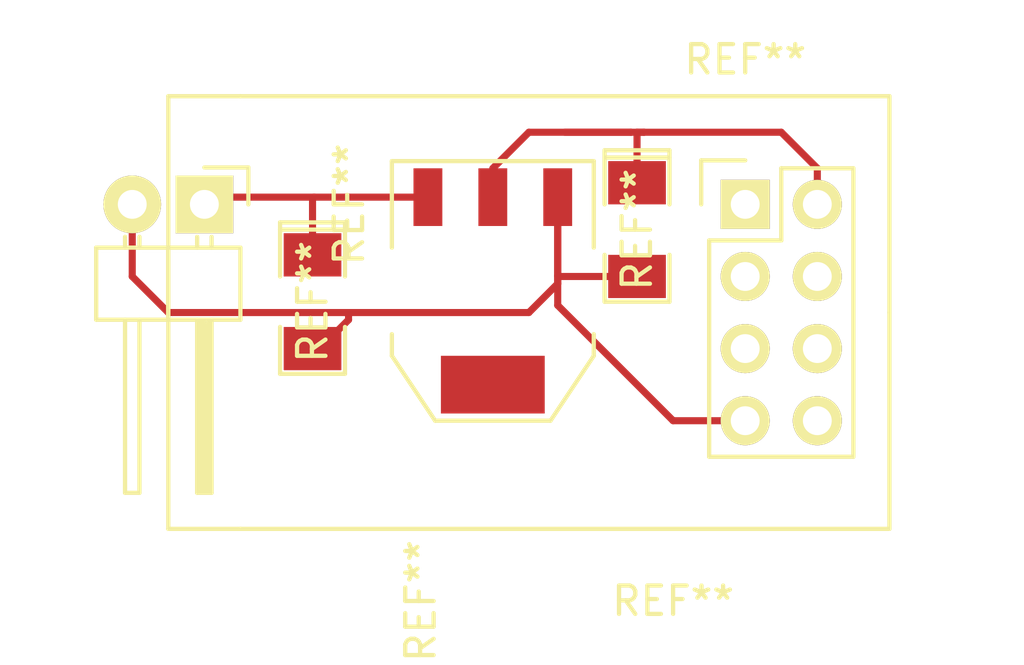
<source format=kicad_pcb>
(kicad_pcb (version 4) (host pcbnew 0.201504181001+5609~22~ubuntu14.04.1-product)

  (general
    (links 0)
    (no_connects 0)
    (area 127.994999 56.025 158.579287 78.445)
    (thickness 1.6)
    (drawings 0)
    (tracks 29)
    (zones 0)
    (modules 6)
    (nets 1)
  )

  (page A4)
  (layers
    (0 F.Cu signal)
    (31 B.Cu signal)
    (32 B.Adhes user)
    (33 F.Adhes user)
    (34 B.Paste user)
    (35 F.Paste user)
    (36 B.SilkS user)
    (37 F.SilkS user)
    (38 B.Mask user)
    (39 F.Mask user)
    (40 Dwgs.User user)
    (41 Cmts.User user)
    (42 Eco1.User user)
    (43 Eco2.User user)
    (44 Edge.Cuts user)
    (45 Margin user)
    (46 B.CrtYd user)
    (47 F.CrtYd user)
    (48 B.Fab user)
    (49 F.Fab user)
  )

  (setup
    (last_trace_width 0.25)
    (trace_clearance 0.2)
    (zone_clearance 0.508)
    (zone_45_only no)
    (trace_min 0.2)
    (segment_width 0.2)
    (edge_width 0.1)
    (via_size 0.6)
    (via_drill 0.4)
    (via_min_size 0.4)
    (via_min_drill 0.3)
    (uvia_size 0.3)
    (uvia_drill 0.1)
    (uvias_allowed no)
    (uvia_min_size 0.2)
    (uvia_min_drill 0.1)
    (pcb_text_width 0.3)
    (pcb_text_size 1.5 1.5)
    (mod_edge_width 0.15)
    (mod_text_size 1 1)
    (mod_text_width 0.15)
    (pad_size 1.5 1.5)
    (pad_drill 0.6)
    (pad_to_mask_clearance 0)
    (aux_axis_origin 0 0)
    (visible_elements FFFFFF7F)
    (pcbplotparams
      (layerselection 0x00030_80000001)
      (usegerberextensions false)
      (excludeedgelayer true)
      (linewidth 0.100000)
      (plotframeref false)
      (viasonmask false)
      (mode 1)
      (useauxorigin false)
      (hpglpennumber 1)
      (hpglpenspeed 20)
      (hpglpendiameter 15)
      (hpglpenoverlay 2)
      (psnegative false)
      (psa4output false)
      (plotreference true)
      (plotvalue true)
      (plotinvisibletext false)
      (padsonsilk false)
      (subtractmaskfromsilk false)
      (outputformat 1)
      (mirror false)
      (drillshape 1)
      (scaleselection 1)
      (outputdirectory ""))
  )

  (net 0 "")

  (net_class Default "Questo è il gruppo di collegamenti predefinito"
    (clearance 0.2)
    (trace_width 0.25)
    (via_dia 0.6)
    (via_drill 0.4)
    (uvia_dia 0.3)
    (uvia_drill 0.1)
  )

  (module SMD_Packages:SMD-1206_Pol (layer F.Cu) (tedit 0) (tstamp 5539406C)
    (at 144.78 64.389 270)
    (attr smd)
    (fp_text reference REF** (at 0 0 270) (layer F.SilkS)
      (effects (font (size 1 1) (thickness 0.15)))
    )
    (fp_text value SMD-1206_Pol (at 0 0 270) (layer F.Fab)
      (effects (font (size 1 1) (thickness 0.15)))
    )
    (fp_line (start -2.54 -1.143) (end -2.794 -1.143) (layer F.SilkS) (width 0.15))
    (fp_line (start -2.794 -1.143) (end -2.794 1.143) (layer F.SilkS) (width 0.15))
    (fp_line (start -2.794 1.143) (end -2.54 1.143) (layer F.SilkS) (width 0.15))
    (fp_line (start -2.54 -1.143) (end -2.54 1.143) (layer F.SilkS) (width 0.15))
    (fp_line (start -2.54 1.143) (end -0.889 1.143) (layer F.SilkS) (width 0.15))
    (fp_line (start 0.889 -1.143) (end 2.54 -1.143) (layer F.SilkS) (width 0.15))
    (fp_line (start 2.54 -1.143) (end 2.54 1.143) (layer F.SilkS) (width 0.15))
    (fp_line (start 2.54 1.143) (end 0.889 1.143) (layer F.SilkS) (width 0.15))
    (fp_line (start -0.889 -1.143) (end -2.54 -1.143) (layer F.SilkS) (width 0.15))
    (pad 1 smd rect (at -1.651 0 270) (size 1.524 2.032) (layers F.Cu F.Paste F.Mask))
    (pad 2 smd rect (at 1.651 0 270) (size 1.524 2.032) (layers F.Cu F.Paste F.Mask))
    (model SMD_Packages.3dshapes/SMD-1206_Pol.wrl
      (at (xyz 0 0 0))
      (scale (xyz 0.17 0.16 0.16))
      (rotate (xyz 0 0 0))
    )
  )

  (module ESP8266-01:ESP8266-01 (layer F.Cu) (tedit 55380305) (tstamp 55393C69)
    (at 146.05 67.31)
    (fp_text reference REF** (at 0 10.16) (layer F.SilkS)
      (effects (font (size 1 1) (thickness 0.15)))
    )
    (fp_text value ESP8266-01 (at 0 -10.16) (layer F.Fab)
      (effects (font (size 1 1) (thickness 0.15)))
    )
    (fp_line (start -15.24 -7.62) (end -17.78 -7.62) (layer F.SilkS) (width 0.15))
    (fp_line (start -17.78 -7.62) (end -17.78 7.62) (layer F.SilkS) (width 0.15))
    (fp_line (start -17.78 7.62) (end -15.24 7.62) (layer F.SilkS) (width 0.15))
    (fp_line (start 7.62 -7.62) (end -15.24 -7.62) (layer F.SilkS) (width 0.15))
    (fp_line (start -15.24 7.62) (end 7.62 7.62) (layer F.SilkS) (width 0.15))
    (fp_line (start 7.62 -7.62) (end 7.62 0) (layer F.SilkS) (width 0.15))
    (fp_line (start 7.62 0) (end 7.62 7.62) (layer F.SilkS) (width 0.15))
    (pad 1 thru_hole circle (at 2.54 -1.27) (size 1.524 1.524) (drill 0.762) (layers *.Cu *.Mask F.SilkS))
    (pad 2 thru_hole circle (at 2.54 -3.81) (size 1.524 1.524) (drill 0.762) (layers *.Cu *.Mask F.SilkS))
    (pad 3 thru_hole circle (at 2.54 1.27) (size 1.524 1.524) (drill 0.762) (layers *.Cu *.Mask F.SilkS))
    (pad 4 thru_hole circle (at 2.54 3.81) (size 1.524 1.524) (drill 0.762) (layers *.Cu *.Mask F.SilkS))
    (pad 5 thru_hole circle (at 5.08 -3.81) (size 1.524 1.524) (drill 0.762) (layers *.Cu *.Mask F.SilkS))
    (pad 6 thru_hole circle (at 5.08 -1.27) (size 1.524 1.524) (drill 0.762) (layers *.Cu *.Mask F.SilkS))
    (pad 7 thru_hole circle (at 5.08 1.27) (size 1.524 1.524) (drill 0.762) (layers *.Cu *.Mask F.SilkS))
    (pad 8 thru_hole circle (at 5.08 3.81) (size 1.524 1.524) (drill 0.762) (layers *.Cu *.Mask F.SilkS))
  )

  (module SMD_Packages:SOT-223 (layer F.Cu) (tedit 0) (tstamp 55393CD2)
    (at 139.7 66.548 180)
    (descr "module CMS SOT223 4 pins")
    (tags "CMS SOT")
    (attr smd)
    (fp_text reference REF** (at 2.54 -10.922 270) (layer F.SilkS)
      (effects (font (size 1 1) (thickness 0.15)))
    )
    (fp_text value SOT-223 (at 0 0.762 180) (layer F.Fab)
      (effects (font (size 1 1) (thickness 0.15)))
    )
    (fp_line (start -3.556 1.524) (end -3.556 4.572) (layer F.SilkS) (width 0.15))
    (fp_line (start -3.556 4.572) (end 3.556 4.572) (layer F.SilkS) (width 0.15))
    (fp_line (start 3.556 4.572) (end 3.556 1.524) (layer F.SilkS) (width 0.15))
    (fp_line (start -3.556 -1.524) (end -3.556 -2.286) (layer F.SilkS) (width 0.15))
    (fp_line (start -3.556 -2.286) (end -2.032 -4.572) (layer F.SilkS) (width 0.15))
    (fp_line (start -2.032 -4.572) (end 2.032 -4.572) (layer F.SilkS) (width 0.15))
    (fp_line (start 2.032 -4.572) (end 3.556 -2.286) (layer F.SilkS) (width 0.15))
    (fp_line (start 3.556 -2.286) (end 3.556 -1.524) (layer F.SilkS) (width 0.15))
    (pad 4 smd rect (at 0 -3.302 180) (size 3.6576 2.032) (layers F.Cu F.Paste F.Mask))
    (pad 2 smd rect (at 0 3.302 180) (size 1.016 2.032) (layers F.Cu F.Paste F.Mask))
    (pad 3 smd rect (at 2.286 3.302 180) (size 1.016 2.032) (layers F.Cu F.Paste F.Mask))
    (pad 1 smd rect (at -2.286 3.302 180) (size 1.016 2.032) (layers F.Cu F.Paste F.Mask))
    (model SMD_Packages.3dshapes/SOT-223.wrl
      (at (xyz 0 0 0))
      (scale (xyz 0.4 0.4 0.4))
      (rotate (xyz 0 0 0))
    )
  )

  (module Pin_Headers:Pin_Header_Straight_2x04 (layer F.Cu) (tedit 0) (tstamp 55393CA1)
    (at 148.59 63.5)
    (descr "Through hole pin header")
    (tags "pin header")
    (fp_text reference REF** (at 0 -5.1) (layer F.SilkS)
      (effects (font (size 1 1) (thickness 0.15)))
    )
    (fp_text value Pin_Header_Straight_2x04 (at 0 -3.1) (layer F.Fab)
      (effects (font (size 1 1) (thickness 0.15)))
    )
    (fp_line (start -1.75 -1.75) (end -1.75 9.4) (layer F.CrtYd) (width 0.05))
    (fp_line (start 4.3 -1.75) (end 4.3 9.4) (layer F.CrtYd) (width 0.05))
    (fp_line (start -1.75 -1.75) (end 4.3 -1.75) (layer F.CrtYd) (width 0.05))
    (fp_line (start -1.75 9.4) (end 4.3 9.4) (layer F.CrtYd) (width 0.05))
    (fp_line (start -1.27 1.27) (end -1.27 8.89) (layer F.SilkS) (width 0.15))
    (fp_line (start -1.27 8.89) (end 3.81 8.89) (layer F.SilkS) (width 0.15))
    (fp_line (start 3.81 8.89) (end 3.81 -1.27) (layer F.SilkS) (width 0.15))
    (fp_line (start 3.81 -1.27) (end 1.27 -1.27) (layer F.SilkS) (width 0.15))
    (fp_line (start 0 -1.55) (end -1.55 -1.55) (layer F.SilkS) (width 0.15))
    (fp_line (start 1.27 -1.27) (end 1.27 1.27) (layer F.SilkS) (width 0.15))
    (fp_line (start 1.27 1.27) (end -1.27 1.27) (layer F.SilkS) (width 0.15))
    (fp_line (start -1.55 -1.55) (end -1.55 0) (layer F.SilkS) (width 0.15))
    (pad 1 thru_hole rect (at 0 0) (size 1.7272 1.7272) (drill 1.016) (layers *.Cu *.Mask F.SilkS))
    (pad 2 thru_hole oval (at 2.54 0) (size 1.7272 1.7272) (drill 1.016) (layers *.Cu *.Mask F.SilkS))
    (pad 3 thru_hole oval (at 0 2.54) (size 1.7272 1.7272) (drill 1.016) (layers *.Cu *.Mask F.SilkS))
    (pad 4 thru_hole oval (at 2.54 2.54) (size 1.7272 1.7272) (drill 1.016) (layers *.Cu *.Mask F.SilkS))
    (pad 5 thru_hole oval (at 0 5.08) (size 1.7272 1.7272) (drill 1.016) (layers *.Cu *.Mask F.SilkS))
    (pad 6 thru_hole oval (at 2.54 5.08) (size 1.7272 1.7272) (drill 1.016) (layers *.Cu *.Mask F.SilkS))
    (pad 7 thru_hole oval (at 0 7.62) (size 1.7272 1.7272) (drill 1.016) (layers *.Cu *.Mask F.SilkS))
    (pad 8 thru_hole oval (at 2.54 7.62) (size 1.7272 1.7272) (drill 1.016) (layers *.Cu *.Mask F.SilkS))
    (model Pin_Headers.3dshapes/Pin_Header_Straight_2x04.wrl
      (at (xyz 0.05 -0.15 0))
      (scale (xyz 1 1 1))
      (rotate (xyz 0 0 90))
    )
  )

  (module Pin_Headers:Pin_Header_Angled_1x02 (layer F.Cu) (tedit 55380A90) (tstamp 55393D8C)
    (at 129.54 63.5 270)
    (descr "Through hole pin header")
    (tags "pin header")
    (fp_text reference REF** (at 0 -5.1 270) (layer F.SilkS)
      (effects (font (size 1 1) (thickness 0.15)))
    )
    (fp_text value Pin_Header_Angled_1x02 (at 3.81 6.35 270) (layer F.Fab)
      (effects (font (size 1 1) (thickness 0.15)))
    )
    (fp_line (start -1.5 -1.75) (end -1.5 4.3) (layer F.CrtYd) (width 0.05))
    (fp_line (start 10.65 -1.75) (end 10.65 4.3) (layer F.CrtYd) (width 0.05))
    (fp_line (start -1.5 -1.75) (end 10.65 -1.75) (layer F.CrtYd) (width 0.05))
    (fp_line (start -1.5 4.3) (end 10.65 4.3) (layer F.CrtYd) (width 0.05))
    (fp_line (start -1.3 -1.55) (end -1.3 0) (layer F.SilkS) (width 0.15))
    (fp_line (start 0 -1.55) (end -1.3 -1.55) (layer F.SilkS) (width 0.15))
    (fp_line (start 4.191 -0.127) (end 10.033 -0.127) (layer F.SilkS) (width 0.15))
    (fp_line (start 10.033 -0.127) (end 10.033 0.127) (layer F.SilkS) (width 0.15))
    (fp_line (start 10.033 0.127) (end 4.191 0.127) (layer F.SilkS) (width 0.15))
    (fp_line (start 4.191 0.127) (end 4.191 0) (layer F.SilkS) (width 0.15))
    (fp_line (start 4.191 0) (end 10.033 0) (layer F.SilkS) (width 0.15))
    (fp_line (start 1.524 -0.254) (end 1.143 -0.254) (layer F.SilkS) (width 0.15))
    (fp_line (start 1.524 0.254) (end 1.143 0.254) (layer F.SilkS) (width 0.15))
    (fp_line (start 1.524 2.286) (end 1.143 2.286) (layer F.SilkS) (width 0.15))
    (fp_line (start 1.524 2.794) (end 1.143 2.794) (layer F.SilkS) (width 0.15))
    (fp_line (start 1.524 -1.27) (end 4.064 -1.27) (layer F.SilkS) (width 0.15))
    (fp_line (start 1.524 1.27) (end 4.064 1.27) (layer F.SilkS) (width 0.15))
    (fp_line (start 1.524 1.27) (end 1.524 3.81) (layer F.SilkS) (width 0.15))
    (fp_line (start 1.524 3.81) (end 4.064 3.81) (layer F.SilkS) (width 0.15))
    (fp_line (start 4.064 2.286) (end 10.16 2.286) (layer F.SilkS) (width 0.15))
    (fp_line (start 10.16 2.286) (end 10.16 2.794) (layer F.SilkS) (width 0.15))
    (fp_line (start 10.16 2.794) (end 4.064 2.794) (layer F.SilkS) (width 0.15))
    (fp_line (start 4.064 3.81) (end 4.064 1.27) (layer F.SilkS) (width 0.15))
    (fp_line (start 4.064 1.27) (end 4.064 -1.27) (layer F.SilkS) (width 0.15))
    (fp_line (start 10.16 0.254) (end 4.064 0.254) (layer F.SilkS) (width 0.15))
    (fp_line (start 10.16 -0.254) (end 10.16 0.254) (layer F.SilkS) (width 0.15))
    (fp_line (start 4.064 -0.254) (end 10.16 -0.254) (layer F.SilkS) (width 0.15))
    (fp_line (start 1.524 1.27) (end 4.064 1.27) (layer F.SilkS) (width 0.15))
    (fp_line (start 1.524 -1.27) (end 1.524 1.27) (layer F.SilkS) (width 0.15))
    (pad 1 thru_hole rect (at 0 0 270) (size 2.032 2.032) (drill 1.016) (layers *.Cu *.Mask F.SilkS))
    (pad 2 thru_hole oval (at 0 2.54 270) (size 2.032 2.032) (drill 1.016) (layers *.Cu *.Mask F.SilkS))
    (model Pin_Headers.3dshapes/Pin_Header_Angled_1x02.wrl
      (at (xyz 0 -0.05 0))
      (scale (xyz 1 1 1))
      (rotate (xyz 0 0 90))
    )
  )

  (module SMD_Packages:SMD-1206_Pol (layer F.Cu) (tedit 0) (tstamp 55393F9F)
    (at 133.35 66.929 270)
    (attr smd)
    (fp_text reference REF** (at 0 0 270) (layer F.SilkS)
      (effects (font (size 1 1) (thickness 0.15)))
    )
    (fp_text value SMD-1206_Pol (at 0 0 270) (layer F.Fab)
      (effects (font (size 1 1) (thickness 0.15)))
    )
    (fp_line (start -2.54 -1.143) (end -2.794 -1.143) (layer F.SilkS) (width 0.15))
    (fp_line (start -2.794 -1.143) (end -2.794 1.143) (layer F.SilkS) (width 0.15))
    (fp_line (start -2.794 1.143) (end -2.54 1.143) (layer F.SilkS) (width 0.15))
    (fp_line (start -2.54 -1.143) (end -2.54 1.143) (layer F.SilkS) (width 0.15))
    (fp_line (start -2.54 1.143) (end -0.889 1.143) (layer F.SilkS) (width 0.15))
    (fp_line (start 0.889 -1.143) (end 2.54 -1.143) (layer F.SilkS) (width 0.15))
    (fp_line (start 2.54 -1.143) (end 2.54 1.143) (layer F.SilkS) (width 0.15))
    (fp_line (start 2.54 1.143) (end 0.889 1.143) (layer F.SilkS) (width 0.15))
    (fp_line (start -0.889 -1.143) (end -2.54 -1.143) (layer F.SilkS) (width 0.15))
    (pad 1 smd rect (at -1.651 0 270) (size 1.524 2.032) (layers F.Cu F.Paste F.Mask))
    (pad 2 smd rect (at 1.651 0 270) (size 1.524 2.032) (layers F.Cu F.Paste F.Mask))
    (model SMD_Packages.3dshapes/SMD-1206_Pol.wrl
      (at (xyz 0 0 0))
      (scale (xyz 0.17 0.16 0.16))
      (rotate (xyz 0 0 0))
    )
  )

  (segment (start 141.986 63.246) (end 141.986 66.019392) (width 0.25) (layer F.Cu) (net 0))
  (segment (start 141.986 66.019392) (end 141.986 66.294) (width 0.25) (layer F.Cu) (net 0))
  (segment (start 142.006608 66.04) (end 141.986 66.019392) (width 0.25) (layer F.Cu) (net 0))
  (segment (start 144.78 66.04) (end 142.006608 66.04) (width 0.25) (layer F.Cu) (net 0))
  (segment (start 144.78 62.738) (end 144.78 60.96) (width 0.25) (layer F.Cu) (net 0))
  (segment (start 134.61858 67.31) (end 128.27 67.31) (width 0.25) (layer F.Cu) (net 0))
  (segment (start 140.97 67.31) (end 134.61858 67.31) (width 0.25) (layer F.Cu) (net 0))
  (segment (start 134.61858 67.31) (end 134.61858 67.56542) (width 0.25) (layer F.Cu) (net 0))
  (segment (start 134.61858 67.56542) (end 133.604 68.58) (width 0.25) (layer F.Cu) (net 0))
  (segment (start 133.604 68.58) (end 133.35 68.58) (width 0.25) (layer F.Cu) (net 0))
  (segment (start 127 66.04) (end 127 63.5) (width 0.25) (layer F.Cu) (net 0))
  (segment (start 128.27 67.31) (end 127 66.04) (width 0.25) (layer F.Cu) (net 0))
  (segment (start 141.986 66.294) (end 140.97 67.31) (width 0.25) (layer F.Cu) (net 0))
  (segment (start 137.414 63.246) (end 133.406188 63.246) (width 0.25) (layer F.Cu) (net 0))
  (segment (start 133.406188 63.246) (end 129.794 63.246) (width 0.25) (layer F.Cu) (net 0))
  (segment (start 133.35 65.278) (end 133.35 63.302188) (width 0.25) (layer F.Cu) (net 0))
  (segment (start 133.35 63.302188) (end 133.406188 63.246) (width 0.25) (layer F.Cu) (net 0))
  (segment (start 129.794 63.246) (end 129.54 63.5) (width 0.25) (layer F.Cu) (net 0))
  (segment (start 141.986 67.056) (end 146.05 71.12) (width 0.25) (layer F.Cu) (net 0))
  (segment (start 146.05 71.12) (end 148.59 71.12) (width 0.25) (layer F.Cu) (net 0))
  (segment (start 141.986 63.246) (end 141.986 67.056) (width 0.25) (layer F.Cu) (net 0))
  (segment (start 140.97 60.96) (end 139.7 62.23) (width 0.25) (layer F.Cu) (net 0))
  (segment (start 144.561689 60.96) (end 142.24 60.96) (width 0.25) (layer F.Cu) (net 0))
  (segment (start 145.024041 60.96) (end 144.561689 60.96) (width 0.25) (layer F.Cu) (net 0))
  (segment (start 144.561689 60.96) (end 140.97 60.96) (width 0.25) (layer F.Cu) (net 0))
  (segment (start 145.024041 60.96) (end 144.78 60.96) (width 0.25) (layer F.Cu) (net 0))
  (segment (start 149.86 60.96) (end 145.024041 60.96) (width 0.25) (layer F.Cu) (net 0))
  (segment (start 151.13 62.23) (end 149.86 60.96) (width 0.25) (layer F.Cu) (net 0))
  (segment (start 151.13 63.5) (end 151.13 62.23) (width 0.25) (layer F.Cu) (net 0))

)

</source>
